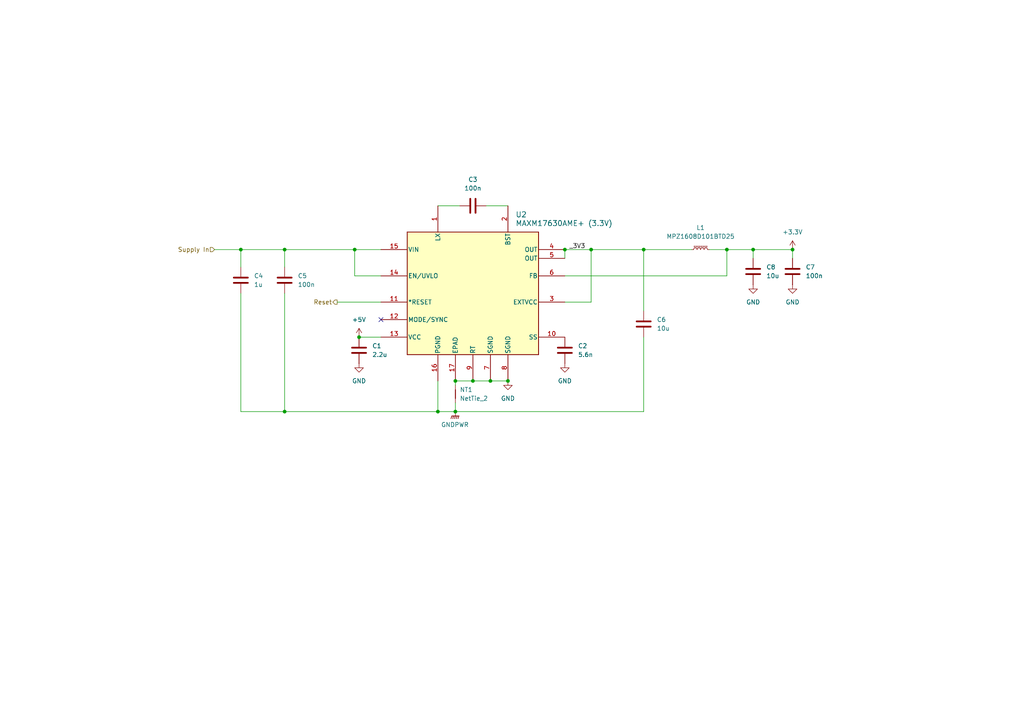
<source format=kicad_sch>
(kicad_sch (version 20231120) (generator "eeschema") (generator_version "8.0")
  (paper "A4")
  (lib_symbols
    (symbol "Device:NetTie_2" (pin_numbers hide) (pin_names (offset 0) hide) (in_bom no)
      (property "Reference" "NT" (at 0 1.27 0))
      (property "Value" "NetTie_2" (at 0 -1.27 0))
      (symbol "NetTie_2_0_1"
        (polyline (pts (xy -1.27 0) (xy 1.27 0)) (stroke (width 0.254)))
      )
      (symbol "NetTie_2_1_1"
        (pin passive line (at -2.54 0 0) (length 2.54) (name "1") (number "1"))
        (pin passive line (at 2.54 0 180) (length 2.54) (name "2") (number "2"))
      )
    )
    (symbol "Frank PartDB Library:MAXM17630AME+T" (pin_names (offset 0.254)) (exclude_from_sim yes) (in_bom no)
      (property "Reference" "U" (at 10.16 -21.59 0))
      (property "Value" "MAXM17630AME+ (3.3V)" (at 11.43 -24.13 0))
      (symbol "MAXM17630AME+T_0_1"
        (rectangle (start -8.89 -7.62) (end 29.21 -43.18) (stroke (width 0.254)) (fill (type background)))
        (pin unspecified line (at 0 0 270) (length 7.62) (name "LX") (number "1"))
        (pin input line (at 36.83 -38.1 180) (length 7.62) (name "SS") (number "10"))
        (pin output line (at -16.51 -27.94 0) (length 7.62) (name "*RESET") (number "11"))
        (pin unspecified line (at -16.51 -33.02 0) (length 7.62) (name "MODE/SYNC") (number "12"))
        (pin power_in line (at -16.51 -38.1 0) (length 7.62) (name "VCC") (number "13"))
        (pin unspecified line (at -16.51 -20.32 0) (length 7.62) (name "EN/UVLO") (number "14"))
        (pin input line (at -16.51 -12.7 0) (length 7.62) (name "VIN") (number "15"))
        (pin power_in line (at 0 -50.8 90) (length 7.62) (name "PGND") (number "16"))
        (pin power_in line (at 5.08 -50.8 90) (length 7.62) (name "EPAD") (number "17"))
        (pin unspecified line (at 20.32 0 270) (length 7.62) (name "BST") (number "2"))
        (pin input line (at 36.83 -27.94 180) (length 7.62) (name "EXTVCC") (number "3"))
        (pin output line (at 36.83 -12.7 180) (length 7.62) (name "OUT") (number "4"))
        (pin output line (at 36.83 -15.24 180) (length 7.62) (name "OUT") (number "5"))
        (pin input line (at 36.83 -20.32 180) (length 7.62) (name "FB") (number "6"))
        (pin power_in line (at 15.24 -50.8 90) (length 7.62) (name "SGND") (number "7"))
        (pin power_in line (at 20.32 -50.8 90) (length 7.62) (name "SGND") (number "8"))
        (pin unspecified line (at 10.16 -50.8 90) (length 7.62) (name "RT") (number "9"))
      )
    )
    (symbol "frank_partdb:GCM155R71H104KE02J" (pin_numbers hide) (pin_names (offset 0.254)) (exclude_from_sim yes)
      (property "Reference" "C" (at 0.635 2.54 0))
      (property "Value" "100n" (at 0.635 -2.54 0))
      (symbol "GCM155R71H104KE02J_0_1"
        (polyline (pts (xy -2.032 -0.762) (xy 2.032 -0.762)) (stroke (width 0.508)))
        (polyline (pts (xy -2.032 0.762) (xy 2.032 0.762)) (stroke (width 0.508)))
      )
      (symbol "GCM155R71H104KE02J_1_1"
        (pin passive line (at 0 3.81 270) (length 2.794) (name "~") (number "1"))
        (pin passive line (at 0 -3.81 90) (length 2.794) (name "~") (number "2"))
      )
    )
    (symbol "frank_partdb:GCM155R71H562KA55D" (pin_numbers hide) (pin_names (offset 0.254)) (exclude_from_sim yes)
      (property "Reference" "C" (at 0.635 2.54 0))
      (property "Value" "5.6n" (at 0.635 -2.54 0))
      (symbol "GCM155R71H562KA55D_0_1"
        (polyline (pts (xy -2.032 -0.762) (xy 2.032 -0.762)) (stroke (width 0.508)))
        (polyline (pts (xy -2.032 0.762) (xy 2.032 0.762)) (stroke (width 0.508)))
      )
      (symbol "GCM155R71H562KA55D_1_1"
        (pin passive line (at 0 3.81 270) (length 2.794) (name "~") (number "1"))
        (pin passive line (at 0 -3.81 90) (length 2.794) (name "~") (number "2"))
      )
    )
    (symbol "frank_partdb:GCM21BR70J106KE22L" (pin_numbers hide) (pin_names (offset 0.254)) (exclude_from_sim yes)
      (property "Reference" "C" (at 0.635 2.54 0))
      (property "Value" "10u" (at 0.635 -2.54 0))
      (symbol "GCM21BR70J106KE22L_0_1"
        (polyline (pts (xy -2.032 -0.762) (xy 2.032 -0.762)) (stroke (width 0.508)))
        (polyline (pts (xy -2.032 0.762) (xy 2.032 0.762)) (stroke (width 0.508)))
      )
      (symbol "GCM21BR70J106KE22L_1_1"
        (pin passive line (at 0 3.81 270) (length 2.794) (name "~") (number "1"))
        (pin passive line (at 0 -3.81 90) (length 2.794) (name "~") (number "2"))
      )
    )
    (symbol "frank_partdb:GRT188R61H105KE13D" (pin_numbers hide) (pin_names (offset 0.254)) (exclude_from_sim yes)
      (property "Reference" "C" (at 0.635 2.54 0))
      (property "Value" "1u" (at 0.635 -2.54 0))
      (symbol "GRT188R61H105KE13D_0_1"
        (polyline (pts (xy -2.032 -0.762) (xy 2.032 -0.762)) (stroke (width 0.508)))
        (polyline (pts (xy -2.032 0.762) (xy 2.032 0.762)) (stroke (width 0.508)))
      )
      (symbol "GRT188R61H105KE13D_1_1"
        (pin passive line (at 0 3.81 270) (length 2.794) (name "~") (number "1"))
        (pin passive line (at 0 -3.81 90) (length 2.794) (name "~") (number "2"))
      )
    )
    (symbol "frank_partdb:GRT188R61H225KE13D" (pin_numbers hide) (pin_names (offset 0.254)) (exclude_from_sim yes)
      (property "Reference" "C" (at 0.635 2.54 0))
      (property "Value" "2.2u" (at 0.635 -2.54 0))
      (symbol "GRT188R61H225KE13D_0_1"
        (polyline (pts (xy -2.032 -0.762) (xy 2.032 -0.762)) (stroke (width 0.508)))
        (polyline (pts (xy -2.032 0.762) (xy 2.032 0.762)) (stroke (width 0.508)))
      )
      (symbol "GRT188R61H225KE13D_1_1"
        (pin passive line (at 0 3.81 270) (length 2.794) (name "~") (number "1"))
        (pin passive line (at 0 -3.81 90) (length 2.794) (name "~") (number "2"))
      )
    )
    (symbol "frank_partdb:MPZ1608D101BTD25" (pin_numbers hide) (pin_names (offset 0.254) hide) (exclude_from_sim yes)
      (property "Reference" "L" (at 1.27 1.016 0))
      (property "Value" "MPZ1608D101BTD25" (at 1.27 -1.27 0))
      (symbol "MPZ1608D101BTD25_0_1"
        (arc (start 0 -2.032) (mid 0.5058 -1.524) (end 0 -1.016))
        (arc (start 0 -1.016) (mid 0.5058 -0.508) (end 0 0))
        (polyline (pts (xy 0.762 -1.905) (xy 0.762 -1.651)))
        (polyline (pts (xy 0.762 -1.397) (xy 0.762 -1.143)))
        (polyline (pts (xy 0.762 -0.889) (xy 0.762 -0.635)))
        (polyline (pts (xy 0.762 -0.381) (xy 0.762 -0.127)))
        (polyline (pts (xy 0.762 0.127) (xy 0.762 0.381)))
        (polyline (pts (xy 0.762 0.635) (xy 0.762 0.889)))
        (polyline (pts (xy 0.762 1.143) (xy 0.762 1.397)))
        (polyline (pts (xy 0.762 1.651) (xy 0.762 1.905)))
        (polyline (pts (xy 1.016 -1.651) (xy 1.016 -1.905)))
        (polyline (pts (xy 1.016 -1.143) (xy 1.016 -1.397)))
        (polyline (pts (xy 1.016 -0.635) (xy 1.016 -0.889)))
        (polyline (pts (xy 1.016 -0.127) (xy 1.016 -0.381)))
        (polyline (pts (xy 1.016 0.381) (xy 1.016 0.127)))
        (polyline (pts (xy 1.016 0.889) (xy 1.016 0.635)))
        (polyline (pts (xy 1.016 1.397) (xy 1.016 1.143)))
        (polyline (pts (xy 1.016 1.905) (xy 1.016 1.651)))
        (arc (start 0 0) (mid 0.5058 0.508) (end 0 1.016))
        (arc (start 0 1.016) (mid 0.5058 1.524) (end 0 2.032))
      )
      (symbol "MPZ1608D101BTD25_1_1"
        (pin passive line (at 0 2.54 270) (length 0.508) (name "~") (number "1"))
        (pin passive line (at 0 -2.54 90) (length 0.508) (name "~") (number "2"))
      )
    )
    (symbol "power:+3.3V" (power) (pin_numbers hide) (pin_names (offset 0) hide)
      (property "Value" "+3.3V" (at 0 3.556 0))
      (symbol "+3.3V_0_1"
        (polyline (pts (xy -0.762 1.27) (xy 0 2.54)))
        (polyline (pts (xy 0 0) (xy 0 2.54)))
        (polyline (pts (xy 0 2.54) (xy 0.762 1.27)))
      )
      (symbol "+3.3V_1_1"
        (pin power_in line (at 0 0 90) (length 0) (name "~") (number "1"))
      )
    )
    (symbol "power:+5V" (power) (pin_numbers hide) (pin_names (offset 0) hide)
      (property "Value" "+5V" (at 0 3.556 0))
      (symbol "+5V_0_1"
        (polyline (pts (xy -0.762 1.27) (xy 0 2.54)))
        (polyline (pts (xy 0 0) (xy 0 2.54)))
        (polyline (pts (xy 0 2.54) (xy 0.762 1.27)))
      )
      (symbol "+5V_1_1"
        (pin power_in line (at 0 0 90) (length 0) (name "~") (number "1"))
      )
    )
    (symbol "power:GND" (power) (pin_numbers hide) (pin_names (offset 0) hide)
      (property "Value" "GND" (at 0 -3.81 0))
      (symbol "GND_0_1"
        (polyline (pts (xy 0 0) (xy 0 -1.27) (xy 1.27 -1.27) (xy 0 -2.54) (xy -1.27 -1.27) (xy 0 -1.27)))
      )
      (symbol "GND_1_1"
        (pin power_in line (at 0 0 270) (length 0) (name "~") (number "1"))
      )
    )
    (symbol "power:GNDPWR" (power) (pin_numbers hide) (pin_names (offset 0) hide)
      (property "Value" "GNDPWR" (at 0 -3.302 0))
      (symbol "GNDPWR_0_1"
        (polyline (pts (xy 0 -1.27) (xy 0 0)))
        (polyline (pts (xy -1.016 -1.27) (xy -1.27 -2.032) (xy -1.27 -2.032)) (stroke (width 0.2032)))
        (polyline (pts (xy -0.508 -1.27) (xy -0.762 -2.032) (xy -0.762 -2.032)) (stroke (width 0.2032)))
        (polyline (pts (xy 0 -1.27) (xy -0.254 -2.032) (xy -0.254 -2.032)) (stroke (width 0.2032)))
        (polyline (pts (xy 0.508 -1.27) (xy 0.254 -2.032) (xy 0.254 -2.032)) (stroke (width 0.2032)))
        (polyline (pts (xy 1.016 -1.27) (xy -1.016 -1.27) (xy -1.016 -1.27)) (stroke (width 0.2032)))
        (polyline (pts (xy 1.016 -1.27) (xy 0.762 -2.032) (xy 0.762 -2.032) (xy 0.762 -2.032)) (stroke (width 0.2032)))
      )
      (symbol "GNDPWR_1_1"
        (pin power_in line (at 0 0 270) (length 0) (name "~") (number "1"))
      )
    )
  )
  (junction (at 142.24 110.49))
  (junction (at 171.45 72.39))
  (junction (at 163.83 72.39))
  (junction (at 210.82 72.39))
  (junction (at 137.16 110.49))
  (junction (at 186.69 72.39))
  (junction (at 147.32 110.49))
  (junction (at 82.55 72.39))
  (junction (at 132.08 110.49))
  (junction (at 132.08 119.38))
  (junction (at 102.87 72.39))
  (junction (at 82.55 119.38))
  (junction (at 69.85 72.39))
  (junction (at 229.87 72.39))
  (junction (at 127 119.38))
  (junction (at 218.44 72.39))
  (junction (at 104.14 97.79))
  (no_connect (at 110.49 92.71))
  (wire (pts (xy 62.23 72.39) (xy 69.85 72.39)))
  (wire (pts (xy 132.08 111.76) (xy 132.08 110.49)))
  (wire (pts (xy 97.79 87.63) (xy 110.49 87.63)))
  (wire (pts (xy 218.44 72.39) (xy 218.44 74.93)))
  (wire (pts (xy 229.87 72.39) (xy 229.87 74.93)))
  (wire (pts (xy 210.82 72.39) (xy 205.74 72.39)))
  (wire (pts (xy 132.08 119.38) (xy 127 119.38)))
  (wire (pts (xy 210.82 80.01) (xy 210.82 72.39)))
  (wire (pts (xy 82.55 119.38) (xy 69.85 119.38)))
  (wire (pts (xy 137.16 110.49) (xy 142.24 110.49)))
  (wire (pts (xy 104.14 97.79) (xy 110.49 97.79)))
  (wire (pts (xy 132.08 119.38) (xy 132.08 116.84)))
  (wire (pts (xy 82.55 72.39) (xy 102.87 72.39)))
  (wire (pts (xy 218.44 72.39) (xy 210.82 72.39)))
  (wire (pts (xy 82.55 72.39) (xy 82.55 77.47)))
  (wire (pts (xy 102.87 72.39) (xy 110.49 72.39)))
  (wire (pts (xy 69.85 72.39) (xy 82.55 72.39)))
  (wire (pts (xy 229.87 72.39) (xy 218.44 72.39)))
  (wire (pts (xy 140.97 59.69) (xy 147.32 59.69)))
  (wire (pts (xy 171.45 72.39) (xy 186.69 72.39)))
  (wire (pts (xy 127 110.49) (xy 127 119.38)))
  (wire (pts (xy 163.83 72.39) (xy 171.45 72.39)))
  (wire (pts (xy 69.85 119.38) (xy 69.85 85.09)))
  (wire (pts (xy 200.66 72.39) (xy 186.69 72.39)))
  (wire (pts (xy 186.69 97.79) (xy 186.69 119.38)))
  (wire (pts (xy 132.08 119.38) (xy 186.69 119.38)))
  (wire (pts (xy 127 119.38) (xy 82.55 119.38)))
  (wire (pts (xy 82.55 85.09) (xy 82.55 119.38)))
  (wire (pts (xy 163.83 80.01) (xy 210.82 80.01)))
  (wire (pts (xy 163.83 72.39) (xy 163.83 74.93)))
  (wire (pts (xy 127 59.69) (xy 133.35 59.69)))
  (wire (pts (xy 110.49 80.01) (xy 102.87 80.01)))
  (wire (pts (xy 142.24 110.49) (xy 147.32 110.49)))
  (wire (pts (xy 186.69 72.39) (xy 186.69 90.17)))
  (wire (pts (xy 102.87 80.01) (xy 102.87 72.39)))
  (wire (pts (xy 171.45 72.39) (xy 171.45 87.63)))
  (wire (pts (xy 163.83 87.63) (xy 171.45 87.63)))
  (wire (pts (xy 69.85 77.47) (xy 69.85 72.39)))
  (wire (pts (xy 132.08 110.49) (xy 137.16 110.49)))
  (label "_3V3" (at 165.1 72.39 0))
  (hierarchical_label "Supply In" (shape input) (at 62.23 72.39 180))
  (hierarchical_label "Reset" (shape output) (at 97.79 87.63 180))
  (symbol (lib_id "power:GND") (at 147.32 110.49 0) (unit 1)
    (property "Reference" "#PWR0122" (effects (hide yes)))
    (property "Value" "GND" (at 147.32 115.57 0))
    (property "Description" "Power symbol creates a global label with name \"GND\" , ground" (effects (hide yes)))
  )
  (symbol (lib_id "power:GND") (at 218.44 82.55 0) (unit 1)
    (property "Reference" "#PWR03" (effects (hide yes)))
    (property "Value" "GND" (at 218.44 87.63 0))
    (property "Description" "Power symbol creates a global label with name \"GND\" , ground" (effects (hide yes)))
  )
  (symbol (lib_id "frank_partdb:GRT188R61H105KE13D") (at 69.85 81.28 0) (unit 1) (exclude_from_sim yes)
    (property "Reference" "C4" (at 73.66 80.0099 0) (effects (justify left)))
    (property "Value" "1u" (at 73.66 82.5499 0) (effects (justify left)))
    (property "Footprint" "Capacitor_SMD:C_0603_1608Metric" (effects (hide yes)))
    (property "Datasheet" "http://partdb.franks.dascheese.online/en/part/58/info" (effects (hide yes)))
    (property "Description" "1 µF ±10% 50V Ceramic Capacitor X5R 0603 (1608 Metric)" (effects (hide yes)))
    (property "Category" "Capacitors/MLCC" (effects (hide yes)))
    (property "MPN" "GRT188R61H105KE13D" (effects (hide yes)))
    (property "Manufacturer" "Murata Electronics" (effects (hide yes)))
    (property "Manufacturing Status" "Active" (effects (hide yes)))
    (property "Part-DB Footprint" "0603" (effects (hide yes)))
    (property "Part-DB ID" "58" (effects (hide yes)))
  )
  (symbol (lib_id "Frank PartDB Library:MAXM17630AME+T") (at 127 59.69 0) (unit 1) (exclude_from_sim yes) (in_bom no)
    (property "Reference" "U2" (at 149.5141 62.23 0) (effects (font (size 1.524 1.524)) (justify left)))
    (property "Value" "MAXM17630AME+ (3.3V)" (at 149.5141 64.77 0) (effects (font (size 1.524 1.524)) (justify left)))
    (property "Footprint" "PCM_PartyWagon112_VQFN:16-eMGA (3x3)" (effects (hide yes)))
    (property "Datasheet" "http://partdb.franks.dascheese.online/en/part/26/info" (effects (hide yes)))
    (property "Description" "Non-Isolated PoL Module DC DC Converter 1 Output 3.3V 1A 4.5V - 36V Input" (effects (hide yes)))
    (property "Category" "Regulators" (effects (hide yes)))
    (property "MPN" "MAXM17630AME+T" (effects (hide yes)))
    (property "Manufacturer" "Analog Devices Inc./Maxim Integrated" (effects (hide yes)))
    (property "Manufacturing Status" "Active" (effects (hide yes)))
    (property "Part-DB Footprint" "16-eMGA (3x3)" (effects (hide yes)))
    (property "Part-DB ID" "26" (effects (hide yes)))
  )
  (symbol (lib_id "power:+3.3V") (at 229.87 72.39 0) (unit 1)
    (property "Reference" "#PWR0120" (effects (hide yes)))
    (property "Value" "+3.3V" (at 229.87 67.31 0))
    (property "Description" "Power symbol creates a global label with name \"+3.3V\"" (effects (hide yes)))
  )
  (symbol (lib_id "frank_partdb:GRT188R61H225KE13D") (at 104.14 101.6 0) (unit 1) (exclude_from_sim yes)
    (property "Reference" "C1" (at 107.95 100.3299 0) (effects (justify left)))
    (property "Value" "2.2u" (at 107.95 102.8699 0) (effects (justify left)))
    (property "Footprint" "Capacitor_SMD:C_0603_1608Metric" (effects (hide yes)))
    (property "Datasheet" "http://partdb.franks.dascheese.online/en/part/45/info" (effects (hide yes)))
    (property "Description" "2.2 µF ±10% 50V Ceramic Capacitor X5R 0603 (1608 Metric)" (effects (hide yes)))
    (property "Category" "Capacitors/MLCC" (effects (hide yes)))
    (property "MPN" "GRT188R61H225KE13D" (effects (hide yes)))
    (property "Manufacturer" "Murata Electronics" (effects (hide yes)))
    (property "Manufacturing Status" "Active" (effects (hide yes)))
    (property "Part-DB Footprint" "0603" (effects (hide yes)))
    (property "Part-DB ID" "45" (effects (hide yes)))
  )
  (symbol (lib_id "power:GND") (at 229.87 82.55 0) (unit 1)
    (property "Reference" "#PWR04" (effects (hide yes)))
    (property "Value" "GND" (at 229.87 87.63 0))
    (property "Description" "Power symbol creates a global label with name \"GND\" , ground" (effects (hide yes)))
  )
  (symbol (lib_id "frank_partdb:GCM155R71H104KE02J") (at 82.55 81.28 0) (unit 1) (exclude_from_sim yes)
    (property "Reference" "C5" (at 86.36 80.0099 0) (effects (justify left)))
    (property "Value" "100n" (at 86.36 82.5499 0) (effects (justify left)))
    (property "Footprint" "Capacitor_SMD:C_0402_1005Metric" (effects (hide yes)))
    (property "Datasheet" "http://partdb.franks.dascheese.online/en/part/60/info" (effects (hide yes)))
    (property "Description" "0.1 µF ±10% 50V Ceramic Capacitor X7R 0402 (1005 Metric)" (effects (hide yes)))
    (property "Category" "Capacitors/MLCC" (effects (hide yes)))
    (property "MPN" "GCM155R71H104KE02J" (effects (hide yes)))
    (property "Manufacturer" "Murata Electronics" (effects (hide yes)))
    (property "Manufacturing Status" "Active" (effects (hide yes)))
    (property "Part-DB Footprint" "0402" (effects (hide yes)))
    (property "Part-DB ID" "60" (effects (hide yes)))
  )
  (symbol (lib_id "frank_partdb:GCM155R71H104KE02J") (at 137.16 59.69 90) (unit 1) (exclude_from_sim yes)
    (property "Reference" "C3" (at 137.16 52.07 90))
    (property "Value" "100n" (at 137.16 54.61 90))
    (property "Footprint" "Capacitor_SMD:C_0402_1005Metric" (effects (hide yes)))
    (property "Datasheet" "http://partdb.franks.dascheese.online/en/part/60/info" (effects (hide yes)))
    (property "Description" "0.1 µF ±10% 50V Ceramic Capacitor X7R 0402 (1005 Metric)" (effects (hide yes)))
    (property "Category" "Capacitors/MLCC" (effects (hide yes)))
    (property "MPN" "GCM155R71H104KE02J" (effects (hide yes)))
    (property "Manufacturer" "Murata Electronics" (effects (hide yes)))
    (property "Manufacturing Status" "Active" (effects (hide yes)))
    (property "Part-DB Footprint" "0402" (effects (hide yes)))
    (property "Part-DB ID" "60" (effects (hide yes)))
  )
  (symbol (lib_id "frank_partdb:GCM155R71H104KE02J") (at 229.87 78.74 0) (unit 1) (exclude_from_sim yes)
    (property "Reference" "C7" (at 233.68 77.4699 0) (effects (justify left)))
    (property "Value" "100n" (at 233.68 80.0099 0) (effects (justify left)))
    (property "Footprint" "Capacitor_SMD:C_0402_1005Metric" (effects (hide yes)))
    (property "Datasheet" "http://partdb.franks.dascheese.online/en/part/60/info" (effects (hide yes)))
    (property "Description" "0.1 µF ±10% 50V Ceramic Capacitor X7R 0402 (1005 Metric)" (effects (hide yes)))
    (property "Category" "Capacitors/MLCC" (effects (hide yes)))
    (property "MPN" "GCM155R71H104KE02J" (effects (hide yes)))
    (property "Manufacturer" "Murata Electronics" (effects (hide yes)))
    (property "Manufacturing Status" "Active" (effects (hide yes)))
    (property "Part-DB Footprint" "0402" (effects (hide yes)))
    (property "Part-DB ID" "60" (effects (hide yes)))
  )
  (symbol (lib_id "power:GND") (at 104.14 105.41 0) (unit 1)
    (property "Reference" "#PWR01" (effects (hide yes)))
    (property "Value" "GND" (at 104.14 110.49 0))
    (property "Description" "Power symbol creates a global label with name \"GND\" , ground" (effects (hide yes)))
  )
  (symbol (lib_id "Device:NetTie_2") (at 132.08 114.3 90) (unit 1) (in_bom no)
    (property "Reference" "NT1" (at 133.35 113.0299 90) (effects (justify right)))
    (property "Value" "NetTie_2" (at 133.35 115.5699 90) (effects (justify right)))
    (property "Footprint" "NetTie:NetTie-2_SMD_Pad0.5mm" (effects (hide yes)))
    (property "Description" "Net tie, 2 pins" (effects (hide yes)))
  )
  (symbol (lib_id "frank_partdb:GCM21BR70J106KE22L") (at 186.69 93.98 0) (unit 1) (exclude_from_sim yes)
    (property "Reference" "C6" (at 190.5 92.7099 0) (effects (justify left)))
    (property "Value" "10u" (at 190.5 95.2499 0) (effects (justify left)))
    (property "Footprint" "Capacitor_SMD:C_0805_2012Metric" (effects (hide yes)))
    (property "Datasheet" "http://partdb.franks.dascheese.online/en/part/63/info" (effects (hide yes)))
    (property "Description" "10 µF ±10% 6.3V Ceramic Capacitor X7R 0805 (2012 Metric)" (effects (hide yes)))
    (property "Category" "Capacitors/MLCC" (effects (hide yes)))
    (property "MPN" "GCM21BR70J106KE22L" (effects (hide yes)))
    (property "Manufacturer" "Murata Electronics" (effects (hide yes)))
    (property "Manufacturing Status" "Active" (effects (hide yes)))
    (property "Part-DB Footprint" "0805" (effects (hide yes)))
    (property "Part-DB ID" "63" (effects (hide yes)))
  )
  (symbol (lib_id "power:+5V") (at 104.14 97.79 0) (unit 1)
    (property "Reference" "#PWR05" (effects (hide yes)))
    (property "Value" "+5V" (at 104.14 92.71 0))
    (property "Description" "Power symbol creates a global label with name \"+5V\"" (effects (hide yes)))
  )
  (symbol (lib_id "frank_partdb:GCM21BR70J106KE22L") (at 218.44 78.74 0) (unit 1) (exclude_from_sim yes)
    (property "Reference" "C8" (at 222.25 77.4699 0) (effects (justify left)))
    (property "Value" "10u" (at 222.25 80.0099 0) (effects (justify left)))
    (property "Footprint" "Capacitor_SMD:C_0805_2012Metric" (effects (hide yes)))
    (property "Datasheet" "http://partdb.franks.dascheese.online/en/part/63/info" (effects (hide yes)))
    (property "Description" "10 µF ±10% 6.3V Ceramic Capacitor X7R 0805 (2012 Metric)" (effects (hide yes)))
    (property "Category" "Capacitors/MLCC" (effects (hide yes)))
    (property "MPN" "GCM21BR70J106KE22L" (effects (hide yes)))
    (property "Manufacturer" "Murata Electronics" (effects (hide yes)))
    (property "Manufacturing Status" "Active" (effects (hide yes)))
    (property "Part-DB Footprint" "0805" (effects (hide yes)))
    (property "Part-DB ID" "63" (effects (hide yes)))
  )
  (symbol (lib_id "frank_partdb:MPZ1608D101BTD25") (at 203.2 72.39 90) (unit 1) (exclude_from_sim yes)
    (property "Reference" "L1" (at 203.2 66.04 90))
    (property "Value" "MPZ1608D101BTD25" (at 203.2 68.58 90))
    (property "Footprint" "Inductor_SMD:L_0603_1608Metric" (effects (hide yes)))
    (property "Datasheet" "http://partdb.franks.dascheese.online/en/part/64/info" (effects (hide yes)))
    (property "Description" "100 Ohms @ 100 MHz 1 Power Line Ferrite Bead 0603 (1608 Metric) 1A 150mOhm" (effects (hide yes)))
    (property "Category" "Inductors/Ferrites" (effects (hide yes)))
    (property "MPN" "MPZ1608D101BTD25" (effects (hide yes)))
    (property "Manufacturer" "TDK Corporation" (effects (hide yes)))
    (property "Manufacturing Status" "Active" (effects (hide yes)))
    (property "Part-DB Footprint" "0603" (effects (hide yes)))
    (property "Part-DB ID" "64" (effects (hide yes)))
  )
  (symbol (lib_id "power:GND") (at 163.83 105.41 0) (unit 1)
    (property "Reference" "#PWR02" (effects (hide yes)))
    (property "Value" "GND" (at 163.83 110.49 0))
    (property "Description" "Power symbol creates a global label with name \"GND\" , ground" (effects (hide yes)))
  )
  (symbol (lib_id "power:GNDPWR") (at 132.08 119.38 0) (unit 1)
    (property "Reference" "#PWR0121" (effects (hide yes)))
    (property "Value" "GNDPWR" (at 131.953 123.19 0))
    (property "Description" "Power symbol creates a global label with name \"GNDPWR\" , global ground" (effects (hide yes)))
  )
  (symbol (lib_id "frank_partdb:GCM155R71H562KA55D") (at 163.83 101.6 0) (unit 1) (exclude_from_sim yes)
    (property "Reference" "C2" (at 167.64 100.3299 0) (effects (justify left)))
    (property "Value" "5.6n" (at 167.64 102.8699 0) (effects (justify left)))
    (property "Footprint" "Capacitor_SMD:C_0402_1005Metric" (effects (hide yes)))
    (property "Datasheet" "http://partdb.franks.dascheese.online/en/part/62/info" (effects (hide yes)))
    (property "Description" "5600 pF ±10% 50V Ceramic Capacitor X7R 0402 (1005 Metric)" (effects (hide yes)))
    (property "Category" "Capacitors/MLCC" (effects (hide yes)))
    (property "MPN" "GCM155R71H562KA55D" (effects (hide yes)))
    (property "Manufacturer" "Murata Electronics" (effects (hide yes)))
    (property "Manufacturing Status" "Active" (effects (hide yes)))
    (property "Part-DB Footprint" "0402" (effects (hide yes)))
    (property "Part-DB ID" "62" (effects (hide yes)))
  )
)
</source>
